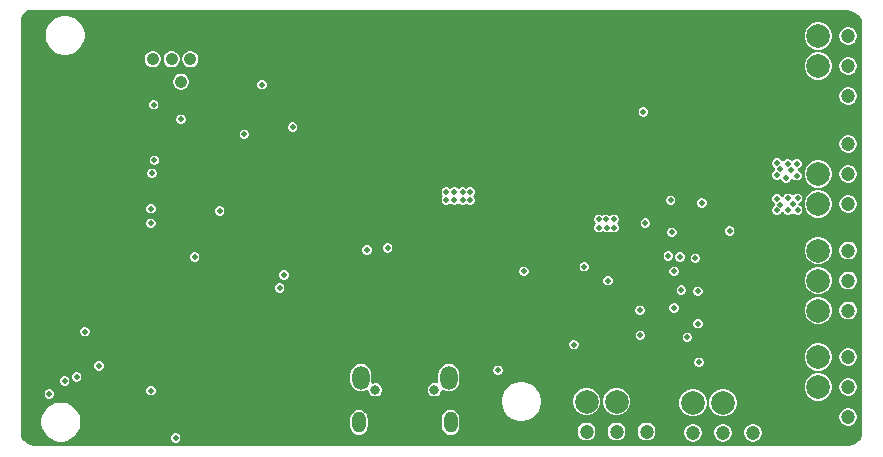
<source format=gbr>
%TF.GenerationSoftware,Altium Limited,Altium Designer,25.4.2 (15)*%
G04 Layer_Physical_Order=2*
G04 Layer_Color=36540*
%FSLAX45Y45*%
%MOMM*%
%TF.SameCoordinates,9A986A7D-484F-4AC0-AE4B-942BB78B8B2C*%
%TF.FilePolarity,Positive*%
%TF.FileFunction,Copper,L2,Inr,Signal*%
%TF.Part,Single*%
G01*
G75*
%TA.AperFunction,ComponentPad*%
%ADD40C,1.20000*%
%ADD41C,2.00000*%
%ADD42C,0.80000*%
%ADD43O,1.15000X1.80000*%
%ADD44O,1.45000X2.00000*%
%ADD45C,3.10000*%
%ADD46C,1.05000*%
%TA.AperFunction,ViaPad*%
%ADD47C,0.50000*%
G36*
X13729083Y9063440D02*
X13760152Y9050571D01*
X13788110Y9031889D01*
X13800000Y9020000D01*
X13804755Y9015244D01*
X13812228Y9004060D01*
X13817377Y8991634D01*
X13820000Y8978441D01*
Y8971716D01*
Y5492426D01*
Y5482338D01*
X13816064Y5462550D01*
X13808344Y5443909D01*
X13797133Y5427133D01*
X13789999Y5420000D01*
X13780489Y5410489D01*
X13758121Y5395543D01*
X13733267Y5385248D01*
X13706882Y5380000D01*
X6813118D01*
X6786733Y5385248D01*
X6761879Y5395543D01*
X6739511Y5410489D01*
X6730000Y5420000D01*
X6722866Y5427133D01*
X6711657Y5443909D01*
X6703936Y5462550D01*
X6700000Y5482338D01*
Y5492426D01*
Y8990000D01*
Y8997133D01*
X6702783Y9011126D01*
X6708243Y9024307D01*
X6716169Y9036169D01*
X6721213Y9041213D01*
X6740000Y9060000D01*
X6740000Y9059999D01*
Y9060000D01*
X6756233Y9069095D01*
X6760779Y9070000D01*
X13696103D01*
X13729083Y9063440D01*
D02*
G37*
%LPC*%
G36*
X13713574Y8926500D02*
X13693826D01*
X13674751Y8921389D01*
X13657649Y8911515D01*
X13643684Y8897551D01*
X13633810Y8880449D01*
X13628700Y8861374D01*
Y8841626D01*
X13633810Y8822551D01*
X13643684Y8805449D01*
X13657649Y8791485D01*
X13674751Y8781611D01*
X13693826Y8776500D01*
X13713574D01*
X13732649Y8781611D01*
X13749751Y8791485D01*
X13763715Y8805449D01*
X13773589Y8822551D01*
X13778700Y8841626D01*
Y8861374D01*
X13773589Y8880449D01*
X13763715Y8897551D01*
X13749751Y8911515D01*
X13732649Y8921389D01*
X13713574Y8926500D01*
D02*
G37*
G36*
X13464841Y8966500D02*
X13434560D01*
X13405312Y8958663D01*
X13379088Y8943523D01*
X13357677Y8922112D01*
X13342537Y8895888D01*
X13334700Y8866640D01*
Y8836360D01*
X13342537Y8807112D01*
X13357677Y8780888D01*
X13379088Y8759477D01*
X13405312Y8744337D01*
X13434560Y8736500D01*
X13464841D01*
X13494089Y8744337D01*
X13520312Y8759477D01*
X13541724Y8780888D01*
X13556863Y8807112D01*
X13564700Y8836360D01*
Y8866640D01*
X13556863Y8895888D01*
X13541724Y8922112D01*
X13520312Y8943523D01*
X13494089Y8958663D01*
X13464841Y8966500D01*
D02*
G37*
G36*
X7088751Y9023500D02*
X7056249D01*
X7024371Y9017159D01*
X6994343Y9004721D01*
X6967319Y8986664D01*
X6944336Y8963681D01*
X6926279Y8936657D01*
X6913841Y8906629D01*
X6907500Y8874751D01*
Y8842249D01*
X6913841Y8810371D01*
X6926279Y8780343D01*
X6944336Y8753319D01*
X6967319Y8730336D01*
X6994343Y8712279D01*
X7024371Y8699841D01*
X7056249Y8693500D01*
X7088751D01*
X7120629Y8699841D01*
X7150657Y8712279D01*
X7177681Y8730336D01*
X7200664Y8753319D01*
X7218721Y8780343D01*
X7231159Y8810371D01*
X7237500Y8842249D01*
Y8874751D01*
X7231159Y8906629D01*
X7218721Y8936657D01*
X7200664Y8963681D01*
X7177681Y8986664D01*
X7150657Y9004721D01*
X7120629Y9017159D01*
X7088751Y9023500D01*
D02*
G37*
G36*
X8143228Y8722110D02*
X8125455D01*
X8108287Y8717510D01*
X8092895Y8708623D01*
X8080328Y8696056D01*
X8071441Y8680664D01*
X8066841Y8663496D01*
Y8645723D01*
X8071441Y8628556D01*
X8080328Y8613164D01*
X8092895Y8600596D01*
X8108287Y8591710D01*
X8125455Y8587110D01*
X8143228D01*
X8160395Y8591710D01*
X8175787Y8600596D01*
X8188354Y8613164D01*
X8197241Y8628556D01*
X8201841Y8645723D01*
Y8663496D01*
X8197241Y8680664D01*
X8188354Y8696056D01*
X8175787Y8708623D01*
X8160395Y8717510D01*
X8143228Y8722110D01*
D02*
G37*
G36*
X7983228D02*
X7965455D01*
X7948287Y8717510D01*
X7932895Y8708623D01*
X7920328Y8696056D01*
X7911441Y8680664D01*
X7906841Y8663496D01*
Y8645723D01*
X7911441Y8628556D01*
X7920328Y8613164D01*
X7932895Y8600596D01*
X7948287Y8591710D01*
X7965455Y8587110D01*
X7983228D01*
X8000395Y8591710D01*
X8015787Y8600596D01*
X8028355Y8613164D01*
X8037241Y8628556D01*
X8041841Y8645723D01*
Y8663496D01*
X8037241Y8680664D01*
X8028355Y8696056D01*
X8015787Y8708623D01*
X8000395Y8717510D01*
X7983228Y8722110D01*
D02*
G37*
G36*
X7823228D02*
X7805455D01*
X7788287Y8717510D01*
X7772895Y8708623D01*
X7760328Y8696056D01*
X7751441Y8680664D01*
X7746841Y8663496D01*
Y8645723D01*
X7751441Y8628556D01*
X7760328Y8613164D01*
X7772895Y8600596D01*
X7788287Y8591710D01*
X7805455Y8587110D01*
X7823228D01*
X7840395Y8591710D01*
X7855787Y8600596D01*
X7868355Y8613164D01*
X7877241Y8628556D01*
X7881841Y8645723D01*
Y8663496D01*
X7877241Y8680664D01*
X7868355Y8696056D01*
X7855787Y8708623D01*
X7840395Y8717510D01*
X7823228Y8722110D01*
D02*
G37*
G36*
X13713574Y8672500D02*
X13693826D01*
X13674751Y8667389D01*
X13657649Y8657515D01*
X13643684Y8643551D01*
X13633810Y8626449D01*
X13628700Y8607374D01*
Y8587626D01*
X13633810Y8568551D01*
X13643684Y8551449D01*
X13657649Y8537485D01*
X13674751Y8527611D01*
X13693826Y8522500D01*
X13713574D01*
X13732649Y8527611D01*
X13749751Y8537485D01*
X13763715Y8551449D01*
X13773589Y8568551D01*
X13778700Y8587626D01*
Y8607374D01*
X13773589Y8626449D01*
X13763715Y8643551D01*
X13749751Y8657515D01*
X13732649Y8667389D01*
X13713574Y8672500D01*
D02*
G37*
G36*
X13464841Y8712500D02*
X13434560D01*
X13405312Y8704663D01*
X13379088Y8689523D01*
X13357677Y8668112D01*
X13342537Y8641888D01*
X13334700Y8612640D01*
Y8582360D01*
X13342537Y8553112D01*
X13357677Y8526888D01*
X13379088Y8505477D01*
X13405312Y8490337D01*
X13434560Y8482500D01*
X13464841D01*
X13494089Y8490337D01*
X13520312Y8505477D01*
X13541724Y8526888D01*
X13556863Y8553112D01*
X13564700Y8582360D01*
Y8612640D01*
X13556863Y8641888D01*
X13541724Y8668112D01*
X13520312Y8689523D01*
X13494089Y8704663D01*
X13464841Y8712500D01*
D02*
G37*
G36*
X8747957Y8480000D02*
X8732043D01*
X8717342Y8473910D01*
X8706090Y8462658D01*
X8700000Y8447956D01*
Y8432043D01*
X8706090Y8417342D01*
X8717342Y8406090D01*
X8732043Y8400000D01*
X8747957D01*
X8762658Y8406090D01*
X8773910Y8417342D01*
X8780000Y8432043D01*
Y8447956D01*
X8773910Y8462658D01*
X8762658Y8473910D01*
X8747957Y8480000D01*
D02*
G37*
G36*
X8063228Y8532110D02*
X8045455D01*
X8028287Y8527510D01*
X8012895Y8518623D01*
X8000328Y8506056D01*
X7991441Y8490664D01*
X7986841Y8473496D01*
Y8455723D01*
X7991441Y8438556D01*
X8000328Y8423164D01*
X8012895Y8410596D01*
X8028287Y8401710D01*
X8045455Y8397110D01*
X8063228D01*
X8080395Y8401710D01*
X8095787Y8410596D01*
X8108355Y8423164D01*
X8117241Y8438556D01*
X8121841Y8455723D01*
Y8473496D01*
X8117241Y8490664D01*
X8108355Y8506056D01*
X8095787Y8518623D01*
X8080395Y8527510D01*
X8063228Y8532110D01*
D02*
G37*
G36*
X13713574Y8418500D02*
X13693826D01*
X13674751Y8413389D01*
X13657649Y8403515D01*
X13643684Y8389551D01*
X13633810Y8372449D01*
X13628700Y8353374D01*
Y8333626D01*
X13633810Y8314551D01*
X13643684Y8297449D01*
X13657649Y8283485D01*
X13674751Y8273611D01*
X13693826Y8268500D01*
X13713574D01*
X13732649Y8273611D01*
X13749751Y8283485D01*
X13763715Y8297449D01*
X13773589Y8314551D01*
X13778700Y8333626D01*
Y8353374D01*
X13773589Y8372449D01*
X13763715Y8389551D01*
X13749751Y8403515D01*
X13732649Y8413389D01*
X13713574Y8418500D01*
D02*
G37*
G36*
X7831214Y8310000D02*
X7815301D01*
X7800600Y8303910D01*
X7789347Y8292658D01*
X7783258Y8277957D01*
Y8262043D01*
X7789347Y8247342D01*
X7800600Y8236090D01*
X7815301Y8230000D01*
X7831214D01*
X7845916Y8236090D01*
X7857168Y8247342D01*
X7863258Y8262043D01*
Y8277957D01*
X7857168Y8292658D01*
X7845916Y8303910D01*
X7831214Y8310000D01*
D02*
G37*
G36*
X11977956Y8250000D02*
X11962043D01*
X11947342Y8243910D01*
X11936090Y8232658D01*
X11930000Y8217957D01*
Y8202044D01*
X11936090Y8187342D01*
X11947342Y8176090D01*
X11962043Y8170000D01*
X11977956D01*
X11992658Y8176090D01*
X12003910Y8187342D01*
X12010000Y8202044D01*
Y8217957D01*
X12003910Y8232658D01*
X11992658Y8243910D01*
X11977956Y8250000D01*
D02*
G37*
G36*
X8063697Y8185740D02*
X8047783D01*
X8033082Y8179650D01*
X8021830Y8168398D01*
X8015740Y8153697D01*
Y8137784D01*
X8021830Y8123082D01*
X8033082Y8111830D01*
X8047783Y8105740D01*
X8063697D01*
X8078398Y8111830D01*
X8089650Y8123082D01*
X8095740Y8137784D01*
Y8153697D01*
X8089650Y8168398D01*
X8078398Y8179650D01*
X8063697Y8185740D01*
D02*
G37*
G36*
X9007957Y8120000D02*
X8992043D01*
X8977342Y8113910D01*
X8966090Y8102658D01*
X8960000Y8087957D01*
Y8072044D01*
X8966090Y8057342D01*
X8977342Y8046090D01*
X8992043Y8040000D01*
X9007957D01*
X9022658Y8046090D01*
X9033910Y8057342D01*
X9040000Y8072044D01*
Y8087957D01*
X9033910Y8102658D01*
X9022658Y8113910D01*
X9007957Y8120000D01*
D02*
G37*
G36*
X8597957Y8060000D02*
X8582044D01*
X8567342Y8053910D01*
X8556090Y8042658D01*
X8550000Y8027957D01*
Y8012043D01*
X8556090Y7997342D01*
X8567342Y7986090D01*
X8582044Y7980000D01*
X8597957D01*
X8612658Y7986090D01*
X8623910Y7997342D01*
X8630000Y8012043D01*
Y8027957D01*
X8623910Y8042658D01*
X8612658Y8053910D01*
X8597957Y8060000D01*
D02*
G37*
G36*
X13713574Y8012500D02*
X13693826D01*
X13674751Y8007389D01*
X13657649Y7997515D01*
X13643684Y7983551D01*
X13633810Y7966449D01*
X13628700Y7947374D01*
Y7927626D01*
X13633810Y7908551D01*
X13643684Y7891449D01*
X13657649Y7877485D01*
X13674751Y7867611D01*
X13693826Y7862500D01*
X13713574D01*
X13732649Y7867611D01*
X13749751Y7877485D01*
X13763715Y7891449D01*
X13773589Y7908551D01*
X13778700Y7927626D01*
Y7947374D01*
X13773589Y7966449D01*
X13763715Y7983551D01*
X13749751Y7997515D01*
X13732649Y8007389D01*
X13713574Y8012500D01*
D02*
G37*
G36*
X7837957Y7840000D02*
X7822044D01*
X7807342Y7833910D01*
X7796090Y7822658D01*
X7790000Y7807956D01*
Y7792043D01*
X7796090Y7777342D01*
X7807342Y7766090D01*
X7822044Y7760000D01*
X7837957D01*
X7852658Y7766090D01*
X7863910Y7777342D01*
X7870000Y7792043D01*
Y7807956D01*
X7863910Y7822658D01*
X7852658Y7833910D01*
X7837957Y7840000D01*
D02*
G37*
G36*
X7817956Y7730000D02*
X7802043D01*
X7787342Y7723910D01*
X7776090Y7712658D01*
X7770000Y7697957D01*
Y7682044D01*
X7776090Y7667342D01*
X7787342Y7656090D01*
X7802043Y7650000D01*
X7817956D01*
X7832658Y7656090D01*
X7843910Y7667342D01*
X7850000Y7682044D01*
Y7697957D01*
X7843910Y7712658D01*
X7832658Y7723910D01*
X7817956Y7730000D01*
D02*
G37*
G36*
X13107957Y7815000D02*
X13092043D01*
X13077342Y7808910D01*
X13066090Y7797658D01*
X13060001Y7782956D01*
Y7767043D01*
X13066090Y7752342D01*
X13077342Y7741090D01*
X13086754Y7737191D01*
X13085001Y7732956D01*
Y7717043D01*
X13086754Y7712809D01*
X13077342Y7708910D01*
X13066090Y7697658D01*
X13060001Y7682956D01*
Y7667043D01*
X13066090Y7652342D01*
X13077342Y7641090D01*
X13092043Y7635000D01*
X13107957D01*
X13120728Y7640290D01*
X13124048Y7640592D01*
X13143484Y7633632D01*
X13146091Y7627342D01*
X13157343Y7616090D01*
X13172044Y7610000D01*
X13187956D01*
X13202658Y7616090D01*
X13213910Y7627342D01*
X13218611Y7638689D01*
X13223439Y7641079D01*
X13229828Y7642725D01*
X13239999Y7643431D01*
X13247342Y7636090D01*
X13262044Y7630000D01*
X13277956D01*
X13292657Y7636090D01*
X13303909Y7647342D01*
X13310001Y7662043D01*
Y7677956D01*
X13303909Y7692658D01*
X13292657Y7703910D01*
X13279951Y7709174D01*
X13277957Y7715971D01*
X13277957Y7730000D01*
X13279378Y7730589D01*
X13292657Y7736090D01*
X13303909Y7747342D01*
X13310001Y7762043D01*
Y7777957D01*
X13303909Y7792658D01*
X13292657Y7803910D01*
X13277956Y7810000D01*
X13262044D01*
X13247342Y7803910D01*
X13242786Y7799353D01*
X13230000Y7794818D01*
X13217215Y7799353D01*
X13212659Y7803910D01*
X13197957Y7810000D01*
X13182043D01*
X13167342Y7803910D01*
X13156090Y7792658D01*
X13135211Y7794516D01*
X13133910Y7797658D01*
X13122658Y7808910D01*
X13107957Y7815000D01*
D02*
G37*
G36*
X13713574Y7758500D02*
X13693826D01*
X13674751Y7753389D01*
X13657649Y7743515D01*
X13643684Y7729551D01*
X13633810Y7712449D01*
X13628700Y7693374D01*
Y7673626D01*
X13633810Y7654551D01*
X13643684Y7637449D01*
X13657649Y7623485D01*
X13674751Y7613611D01*
X13693826Y7608500D01*
X13713574D01*
X13732649Y7613611D01*
X13749751Y7623485D01*
X13763715Y7637449D01*
X13773589Y7654551D01*
X13778700Y7673626D01*
Y7693374D01*
X13773589Y7712449D01*
X13763715Y7729551D01*
X13749751Y7743515D01*
X13732649Y7753389D01*
X13713574Y7758500D01*
D02*
G37*
G36*
X13464841Y7798500D02*
X13434560D01*
X13405312Y7790663D01*
X13379088Y7775523D01*
X13357677Y7754112D01*
X13342537Y7727888D01*
X13334700Y7698640D01*
Y7668360D01*
X13342537Y7639112D01*
X13357677Y7612888D01*
X13379088Y7591477D01*
X13405312Y7576337D01*
X13434560Y7568500D01*
X13464841D01*
X13494089Y7576337D01*
X13520312Y7591477D01*
X13541724Y7612888D01*
X13556863Y7639112D01*
X13564700Y7668360D01*
Y7698640D01*
X13556863Y7727888D01*
X13541724Y7754112D01*
X13520312Y7775523D01*
X13494089Y7790663D01*
X13464841Y7798500D01*
D02*
G37*
G36*
X10507957Y7570000D02*
X10492044D01*
X10477342Y7563910D01*
X10470000Y7556568D01*
X10462658Y7563910D01*
X10447956Y7570000D01*
X10432043D01*
X10417342Y7563910D01*
X10405000Y7553571D01*
X10392658Y7563910D01*
X10377957Y7570000D01*
X10362044D01*
X10347342Y7563910D01*
X10335000Y7553571D01*
X10322658Y7563910D01*
X10307957Y7570000D01*
X10292043D01*
X10277342Y7563910D01*
X10266090Y7552658D01*
X10260000Y7537956D01*
Y7522043D01*
X10266090Y7507342D01*
X10276429Y7495000D01*
X10266089Y7482658D01*
X10260000Y7467956D01*
Y7452043D01*
X10266090Y7437342D01*
X10277342Y7426090D01*
X10292043Y7420000D01*
X10307957D01*
X10322658Y7426090D01*
X10335000Y7436429D01*
X10347342Y7426089D01*
X10362044Y7420000D01*
X10377957D01*
X10392658Y7426090D01*
X10405000Y7436429D01*
X10417342Y7426089D01*
X10432043Y7420000D01*
X10447956D01*
X10462658Y7426090D01*
X10470000Y7433431D01*
X10477342Y7426090D01*
X10492044Y7420000D01*
X10507957D01*
X10522658Y7426090D01*
X10533910Y7437342D01*
X10540000Y7452043D01*
Y7467956D01*
X10533910Y7482658D01*
X10523571Y7495000D01*
X10533911Y7507342D01*
X10540000Y7522043D01*
Y7537956D01*
X10533910Y7552658D01*
X10522658Y7563910D01*
X10507957Y7570000D01*
D02*
G37*
G36*
X13282956Y7517957D02*
X13267043D01*
X13252342Y7511867D01*
X13247784Y7507310D01*
X13235001Y7502775D01*
X13222215Y7507310D01*
X13217657Y7511867D01*
X13202957Y7517957D01*
X13187044D01*
X13172342Y7511867D01*
X13161090Y7500615D01*
X13157712Y7492459D01*
X13136523Y7491352D01*
X13133910Y7497658D01*
X13122658Y7508910D01*
X13107957Y7515000D01*
X13092043D01*
X13077342Y7508910D01*
X13066090Y7497658D01*
X13060001Y7482957D01*
Y7467043D01*
X13066090Y7452342D01*
X13077342Y7441090D01*
X13086754Y7437191D01*
X13085001Y7432956D01*
Y7417043D01*
X13086754Y7412809D01*
X13077342Y7408910D01*
X13066090Y7397658D01*
X13060001Y7382957D01*
Y7367043D01*
X13066090Y7352342D01*
X13077342Y7341090D01*
X13092043Y7335000D01*
X13107957D01*
X13122658Y7341090D01*
X13133910Y7352342D01*
X13137288Y7360497D01*
X13158476Y7361605D01*
X13161090Y7355298D01*
X13172342Y7344046D01*
X13187044Y7337957D01*
X13202957D01*
X13217657Y7344046D01*
X13222215Y7348603D01*
X13235001Y7353138D01*
X13247784Y7348603D01*
X13252342Y7344046D01*
X13267043Y7337957D01*
X13282956D01*
X13297658Y7344046D01*
X13308910Y7355298D01*
X13314999Y7370000D01*
Y7385913D01*
X13308910Y7400615D01*
X13297658Y7411867D01*
X13282957Y7417956D01*
X13282172Y7427955D01*
X13282957Y7437957D01*
X13297658Y7444046D01*
X13308910Y7455299D01*
X13314999Y7470000D01*
Y7485913D01*
X13308910Y7500615D01*
X13297658Y7511867D01*
X13282956Y7517957D01*
D02*
G37*
G36*
X12207957Y7500000D02*
X12192043D01*
X12177342Y7493910D01*
X12166090Y7482658D01*
X12160000Y7467957D01*
Y7452044D01*
X12166090Y7437342D01*
X12177342Y7426090D01*
X12192043Y7420000D01*
X12207957D01*
X12222658Y7426090D01*
X12233910Y7437342D01*
X12240000Y7452044D01*
Y7467957D01*
X12233910Y7482658D01*
X12222658Y7493910D01*
X12207957Y7500000D01*
D02*
G37*
G36*
X12471604Y7478877D02*
X12455691D01*
X12440990Y7472787D01*
X12429738Y7461535D01*
X12423648Y7446834D01*
Y7430921D01*
X12429738Y7416219D01*
X12440990Y7404967D01*
X12455691Y7398877D01*
X12471604D01*
X12486306Y7404967D01*
X12497558Y7416219D01*
X12503648Y7430921D01*
Y7446834D01*
X12497558Y7461535D01*
X12486306Y7472787D01*
X12471604Y7478877D01*
D02*
G37*
G36*
X13713574Y7504500D02*
X13693826D01*
X13674751Y7499389D01*
X13657649Y7489515D01*
X13643684Y7475551D01*
X13633810Y7458449D01*
X13628700Y7439374D01*
Y7419626D01*
X13633810Y7400551D01*
X13643684Y7383449D01*
X13657649Y7369485D01*
X13674751Y7359611D01*
X13693826Y7354500D01*
X13713574D01*
X13732649Y7359611D01*
X13749751Y7369485D01*
X13763715Y7383449D01*
X13773589Y7400551D01*
X13778700Y7419626D01*
Y7439374D01*
X13773589Y7458449D01*
X13763715Y7475551D01*
X13749751Y7489515D01*
X13732649Y7499389D01*
X13713574Y7504500D01*
D02*
G37*
G36*
X7807956Y7430000D02*
X7792043D01*
X7777342Y7423910D01*
X7766090Y7412658D01*
X7760000Y7397957D01*
Y7382043D01*
X7766090Y7367342D01*
X7777342Y7356090D01*
X7792043Y7350000D01*
X7807956D01*
X7822658Y7356090D01*
X7833910Y7367342D01*
X7840000Y7382043D01*
Y7397957D01*
X7833910Y7412658D01*
X7822658Y7423910D01*
X7807956Y7430000D01*
D02*
G37*
G36*
X8390000Y7410000D02*
X8374087D01*
X8359385Y7403910D01*
X8348133Y7392658D01*
X8342044Y7377957D01*
Y7362043D01*
X8348133Y7347342D01*
X8359385Y7336090D01*
X8374087Y7330000D01*
X8390000D01*
X8404702Y7336090D01*
X8415954Y7347342D01*
X8422043Y7362043D01*
Y7377957D01*
X8415954Y7392658D01*
X8404702Y7403910D01*
X8390000Y7410000D01*
D02*
G37*
G36*
X11727956Y7340000D02*
X11712043D01*
X11697342Y7333910D01*
X11685000Y7323571D01*
X11672658Y7333910D01*
X11657957Y7340000D01*
X11642044D01*
X11627342Y7333910D01*
X11620000Y7326568D01*
X11612658Y7333910D01*
X11597956Y7340000D01*
X11582043D01*
X11567342Y7333910D01*
X11556090Y7322658D01*
X11550000Y7307956D01*
Y7292043D01*
X11556090Y7277342D01*
X11566429Y7265000D01*
X11556089Y7252658D01*
X11550000Y7237957D01*
Y7222043D01*
X11556090Y7207342D01*
X11567342Y7196090D01*
X11582043Y7190000D01*
X11597956D01*
X11612658Y7196090D01*
X11625000Y7206429D01*
X11637342Y7196089D01*
X11652043Y7190000D01*
X11667957D01*
X11682658Y7196090D01*
X11690000Y7203432D01*
X11697342Y7196090D01*
X11712043Y7190000D01*
X11727956D01*
X11742658Y7196090D01*
X11753910Y7207342D01*
X11760000Y7222043D01*
Y7237957D01*
X11753910Y7252658D01*
X11743571Y7265000D01*
X11753910Y7277342D01*
X11760000Y7292043D01*
Y7307956D01*
X11753910Y7322658D01*
X11742658Y7333910D01*
X11727956Y7340000D01*
D02*
G37*
G36*
X13464841Y7544500D02*
X13434560D01*
X13405312Y7536663D01*
X13379088Y7521523D01*
X13357677Y7500112D01*
X13342537Y7473888D01*
X13334700Y7444640D01*
Y7414360D01*
X13342537Y7385112D01*
X13357677Y7358888D01*
X13379088Y7337477D01*
X13405312Y7322337D01*
X13434560Y7314500D01*
X13464841D01*
X13494089Y7322337D01*
X13520312Y7337477D01*
X13541724Y7358888D01*
X13556863Y7385112D01*
X13564700Y7414360D01*
Y7444640D01*
X13556863Y7473888D01*
X13541724Y7500112D01*
X13520312Y7521523D01*
X13494089Y7536663D01*
X13464841Y7544500D01*
D02*
G37*
G36*
X11994046Y7307342D02*
X11978133D01*
X11963432Y7301252D01*
X11952180Y7290000D01*
X11946090Y7275298D01*
Y7259385D01*
X11952180Y7244684D01*
X11963432Y7233432D01*
X11978133Y7227342D01*
X11994046D01*
X12008748Y7233432D01*
X12020000Y7244684D01*
X12026090Y7259385D01*
Y7275298D01*
X12020000Y7290000D01*
X12008748Y7301252D01*
X11994046Y7307342D01*
D02*
G37*
G36*
X7806595Y7305502D02*
X7790682D01*
X7775981Y7299412D01*
X7764728Y7288160D01*
X7758639Y7273459D01*
Y7257546D01*
X7764728Y7242844D01*
X7775981Y7231592D01*
X7790682Y7225502D01*
X7806595D01*
X7821297Y7231592D01*
X7832549Y7242844D01*
X7838639Y7257546D01*
Y7273459D01*
X7832549Y7288160D01*
X7821297Y7299412D01*
X7806595Y7305502D01*
D02*
G37*
G36*
X12707957Y7240000D02*
X12692043D01*
X12677342Y7233910D01*
X12666090Y7222658D01*
X12660000Y7207957D01*
Y7192044D01*
X12666090Y7177342D01*
X12677342Y7166090D01*
X12692043Y7160000D01*
X12707957D01*
X12722658Y7166090D01*
X12733910Y7177342D01*
X12740000Y7192044D01*
Y7207957D01*
X12733910Y7222658D01*
X12722658Y7233910D01*
X12707957Y7240000D01*
D02*
G37*
G36*
X12217957Y7230000D02*
X12202043D01*
X12187342Y7223910D01*
X12176090Y7212658D01*
X12170000Y7197957D01*
Y7182044D01*
X12176090Y7167342D01*
X12187342Y7156090D01*
X12202043Y7150000D01*
X12217957D01*
X12232658Y7156090D01*
X12243910Y7167342D01*
X12250000Y7182044D01*
Y7197957D01*
X12243910Y7212658D01*
X12232658Y7223910D01*
X12217957Y7230000D01*
D02*
G37*
G36*
X9811135Y7098150D02*
X9795222D01*
X9780521Y7092060D01*
X9769268Y7080808D01*
X9763179Y7066107D01*
Y7050193D01*
X9769268Y7035492D01*
X9780521Y7024240D01*
X9795222Y7018150D01*
X9811135D01*
X9825837Y7024240D01*
X9837089Y7035492D01*
X9843179Y7050193D01*
Y7066107D01*
X9837089Y7080808D01*
X9825837Y7092060D01*
X9811135Y7098150D01*
D02*
G37*
G36*
X9637957Y7080000D02*
X9622043D01*
X9607342Y7073910D01*
X9596090Y7062658D01*
X9590000Y7047956D01*
Y7032043D01*
X9596090Y7017342D01*
X9607342Y7006090D01*
X9622043Y7000000D01*
X9637957D01*
X9652658Y7006090D01*
X9663910Y7017342D01*
X9670000Y7032043D01*
Y7047956D01*
X9663910Y7062658D01*
X9652658Y7073910D01*
X9637957Y7080000D01*
D02*
G37*
G36*
X13713574Y7110800D02*
X13693826D01*
X13674751Y7105689D01*
X13657649Y7095815D01*
X13643684Y7081851D01*
X13633810Y7064749D01*
X13628700Y7045674D01*
Y7025926D01*
X13633810Y7006851D01*
X13643684Y6989749D01*
X13657649Y6975785D01*
X13674751Y6965911D01*
X13693826Y6960800D01*
X13713574D01*
X13732649Y6965911D01*
X13749751Y6975785D01*
X13763715Y6989749D01*
X13773589Y7006851D01*
X13778700Y7025926D01*
Y7045674D01*
X13773589Y7064749D01*
X13763715Y7081851D01*
X13749751Y7095815D01*
X13732649Y7105689D01*
X13713574Y7110800D01*
D02*
G37*
G36*
X12187957Y7030000D02*
X12172043D01*
X12157342Y7023910D01*
X12146090Y7012658D01*
X12140000Y6997957D01*
Y6982043D01*
X12146090Y6967342D01*
X12157342Y6956090D01*
X12172043Y6950000D01*
X12187957D01*
X12202658Y6956090D01*
X12213910Y6967342D01*
X12220000Y6982043D01*
Y6997957D01*
X12213910Y7012658D01*
X12202658Y7023910D01*
X12187957Y7030000D01*
D02*
G37*
G36*
X12287957Y7020000D02*
X12272044D01*
X12257342Y7013910D01*
X12246090Y7002658D01*
X12240000Y6987957D01*
Y6972043D01*
X12246090Y6957342D01*
X12257342Y6946090D01*
X12272044Y6940000D01*
X12287957D01*
X12302658Y6946090D01*
X12313910Y6957342D01*
X12320000Y6972043D01*
Y6987957D01*
X12313910Y7002658D01*
X12302658Y7013910D01*
X12287957Y7020000D01*
D02*
G37*
G36*
X8177956D02*
X8162043D01*
X8147342Y7013910D01*
X8136090Y7002658D01*
X8130000Y6987957D01*
Y6972043D01*
X8136090Y6957342D01*
X8147342Y6946090D01*
X8162043Y6940000D01*
X8177956D01*
X8192658Y6946090D01*
X8203910Y6957342D01*
X8210000Y6972043D01*
Y6987957D01*
X8203910Y7002658D01*
X8192658Y7013910D01*
X8177956Y7020000D01*
D02*
G37*
G36*
X12417957Y7010000D02*
X12402044D01*
X12387342Y7003910D01*
X12376090Y6992658D01*
X12370000Y6977957D01*
Y6962043D01*
X12376090Y6947342D01*
X12387342Y6936090D01*
X12402044Y6930000D01*
X12417957D01*
X12432658Y6936090D01*
X12443910Y6947342D01*
X12450000Y6962043D01*
Y6977957D01*
X12443910Y6992658D01*
X12432658Y7003910D01*
X12417957Y7010000D01*
D02*
G37*
G36*
X13464841Y7150800D02*
X13434560D01*
X13405312Y7142963D01*
X13379088Y7127823D01*
X13357677Y7106412D01*
X13342537Y7080188D01*
X13334700Y7050940D01*
Y7020660D01*
X13342537Y6991412D01*
X13357677Y6965188D01*
X13379088Y6943777D01*
X13405312Y6928637D01*
X13434560Y6920800D01*
X13464841D01*
X13494089Y6928637D01*
X13520312Y6943777D01*
X13541724Y6965188D01*
X13556863Y6991412D01*
X13564700Y7020660D01*
Y7050940D01*
X13556863Y7080188D01*
X13541724Y7106412D01*
X13520312Y7127823D01*
X13494089Y7142963D01*
X13464841Y7150800D01*
D02*
G37*
G36*
X11477956Y6940000D02*
X11462043D01*
X11447342Y6933910D01*
X11436090Y6922658D01*
X11430000Y6907956D01*
Y6892043D01*
X11436090Y6877342D01*
X11447342Y6866090D01*
X11462043Y6860000D01*
X11477956D01*
X11492658Y6866090D01*
X11503910Y6877342D01*
X11510000Y6892043D01*
Y6907956D01*
X11503910Y6922658D01*
X11492658Y6933910D01*
X11477956Y6940000D01*
D02*
G37*
G36*
X10964701Y6900549D02*
X10948788D01*
X10934086Y6894459D01*
X10922834Y6883207D01*
X10916744Y6868505D01*
Y6852592D01*
X10922834Y6837891D01*
X10934086Y6826638D01*
X10948788Y6820549D01*
X10964701D01*
X10979402Y6826638D01*
X10990655Y6837891D01*
X10996744Y6852592D01*
Y6868505D01*
X10990655Y6883207D01*
X10979402Y6894459D01*
X10964701Y6900549D01*
D02*
G37*
G36*
X12237956Y6900000D02*
X12222043D01*
X12207342Y6893910D01*
X12196090Y6882658D01*
X12190000Y6867957D01*
Y6852043D01*
X12196090Y6837342D01*
X12207342Y6826090D01*
X12222043Y6820000D01*
X12237956D01*
X12252658Y6826090D01*
X12263910Y6837342D01*
X12270000Y6852043D01*
Y6867957D01*
X12263910Y6882658D01*
X12252658Y6893910D01*
X12237956Y6900000D01*
D02*
G37*
G36*
X8935913Y6870000D02*
X8920000D01*
X8905298Y6863910D01*
X8894046Y6852658D01*
X8887957Y6837957D01*
Y6822044D01*
X8894046Y6807342D01*
X8905298Y6796090D01*
X8920000Y6790000D01*
X8935913D01*
X8950615Y6796090D01*
X8961867Y6807342D01*
X8967956Y6822044D01*
Y6837957D01*
X8961867Y6852658D01*
X8950615Y6863910D01*
X8935913Y6870000D01*
D02*
G37*
G36*
X11677957Y6820000D02*
X11662043D01*
X11647342Y6813910D01*
X11636090Y6802658D01*
X11630000Y6787956D01*
Y6772043D01*
X11636090Y6757342D01*
X11647342Y6746090D01*
X11662043Y6740000D01*
X11677957D01*
X11692658Y6746090D01*
X11703910Y6757342D01*
X11710000Y6772043D01*
Y6787956D01*
X11703910Y6802658D01*
X11692658Y6813910D01*
X11677957Y6820000D01*
D02*
G37*
G36*
X13713574Y6856800D02*
X13693826D01*
X13674751Y6851689D01*
X13657649Y6841815D01*
X13643684Y6827851D01*
X13633810Y6810749D01*
X13628700Y6791674D01*
Y6771926D01*
X13633810Y6752851D01*
X13643684Y6735749D01*
X13657649Y6721785D01*
X13674751Y6711911D01*
X13693826Y6706800D01*
X13713574D01*
X13732649Y6711911D01*
X13749751Y6721785D01*
X13763715Y6735749D01*
X13773589Y6752851D01*
X13778700Y6771926D01*
Y6791674D01*
X13773589Y6810749D01*
X13763715Y6827851D01*
X13749751Y6841815D01*
X13732649Y6851689D01*
X13713574Y6856800D01*
D02*
G37*
G36*
X8897957Y6760000D02*
X8882043D01*
X8867342Y6753910D01*
X8856090Y6742658D01*
X8850000Y6727957D01*
Y6712043D01*
X8856090Y6697342D01*
X8867342Y6686090D01*
X8882043Y6680000D01*
X8897957D01*
X8912658Y6686090D01*
X8923910Y6697342D01*
X8930000Y6712043D01*
Y6727957D01*
X8923910Y6742658D01*
X8912658Y6753910D01*
X8897957Y6760000D01*
D02*
G37*
G36*
X13464841Y6896800D02*
X13434560D01*
X13405312Y6888963D01*
X13379088Y6873823D01*
X13357677Y6852412D01*
X13342537Y6826188D01*
X13334700Y6796940D01*
Y6766660D01*
X13342537Y6737412D01*
X13357677Y6711188D01*
X13379088Y6689777D01*
X13405312Y6674637D01*
X13434560Y6666800D01*
X13464841D01*
X13494089Y6674637D01*
X13520312Y6689777D01*
X13541724Y6711188D01*
X13556863Y6737412D01*
X13564700Y6766660D01*
Y6796940D01*
X13556863Y6826188D01*
X13541724Y6852412D01*
X13520312Y6873823D01*
X13494089Y6888963D01*
X13464841Y6896800D01*
D02*
G37*
G36*
X12297957Y6740000D02*
X12282044D01*
X12267342Y6733910D01*
X12256090Y6722658D01*
X12250000Y6707957D01*
Y6692044D01*
X12256090Y6677342D01*
X12267342Y6666090D01*
X12282044Y6660000D01*
X12297957D01*
X12312658Y6666090D01*
X12323910Y6677342D01*
X12330000Y6692044D01*
Y6707957D01*
X12323910Y6722658D01*
X12312658Y6733910D01*
X12297957Y6740000D01*
D02*
G37*
G36*
X12437957Y6730000D02*
X12422043D01*
X12407342Y6723910D01*
X12396090Y6712658D01*
X12390000Y6697957D01*
Y6682044D01*
X12396090Y6667342D01*
X12407342Y6656090D01*
X12422043Y6650000D01*
X12437957D01*
X12452658Y6656090D01*
X12463910Y6667342D01*
X12470000Y6682044D01*
Y6697957D01*
X12463910Y6712658D01*
X12452658Y6723910D01*
X12437957Y6730000D01*
D02*
G37*
G36*
X12237956Y6590000D02*
X12222043D01*
X12207342Y6583910D01*
X12196090Y6572658D01*
X12190000Y6557957D01*
Y6542044D01*
X12196090Y6527342D01*
X12207342Y6516090D01*
X12222043Y6510000D01*
X12237956D01*
X12252658Y6516090D01*
X12263910Y6527342D01*
X12270000Y6542044D01*
Y6557957D01*
X12263910Y6572658D01*
X12252658Y6583910D01*
X12237956Y6590000D01*
D02*
G37*
G36*
X11947957Y6570000D02*
X11932043D01*
X11917342Y6563910D01*
X11906090Y6552658D01*
X11900000Y6537956D01*
Y6522043D01*
X11906090Y6507342D01*
X11917342Y6496090D01*
X11932043Y6490000D01*
X11947957D01*
X11962658Y6496090D01*
X11973910Y6507342D01*
X11980000Y6522043D01*
Y6537956D01*
X11973910Y6552658D01*
X11962658Y6563910D01*
X11947957Y6570000D01*
D02*
G37*
G36*
X13713574Y6602800D02*
X13693826D01*
X13674751Y6597689D01*
X13657649Y6587815D01*
X13643684Y6573851D01*
X13633810Y6556749D01*
X13628700Y6537674D01*
Y6517926D01*
X13633810Y6498851D01*
X13643684Y6481749D01*
X13657649Y6467785D01*
X13674751Y6457911D01*
X13693826Y6452800D01*
X13713574D01*
X13732649Y6457911D01*
X13749751Y6467785D01*
X13763715Y6481749D01*
X13773589Y6498851D01*
X13778700Y6517926D01*
Y6537674D01*
X13773589Y6556749D01*
X13763715Y6573851D01*
X13749751Y6587815D01*
X13732649Y6597689D01*
X13713574Y6602800D01*
D02*
G37*
G36*
X13464841Y6642800D02*
X13434560D01*
X13405312Y6634963D01*
X13379088Y6619823D01*
X13357677Y6598412D01*
X13342537Y6572188D01*
X13334700Y6542940D01*
Y6512660D01*
X13342537Y6483412D01*
X13357677Y6457188D01*
X13379088Y6435777D01*
X13405312Y6420637D01*
X13434560Y6412800D01*
X13464841D01*
X13494089Y6420637D01*
X13520312Y6435777D01*
X13541724Y6457188D01*
X13556863Y6483412D01*
X13564700Y6512660D01*
Y6542940D01*
X13556863Y6572188D01*
X13541724Y6598412D01*
X13520312Y6619823D01*
X13494089Y6634963D01*
X13464841Y6642800D01*
D02*
G37*
G36*
X12438196Y6456371D02*
X12422283D01*
X12407582Y6450281D01*
X12396330Y6439029D01*
X12390240Y6424328D01*
Y6408415D01*
X12396330Y6393713D01*
X12407582Y6382461D01*
X12422283Y6376371D01*
X12438196D01*
X12452898Y6382461D01*
X12464150Y6393713D01*
X12470240Y6408415D01*
Y6424328D01*
X12464150Y6439029D01*
X12452898Y6450281D01*
X12438196Y6456371D01*
D02*
G37*
G36*
X7247957Y6390000D02*
X7232043D01*
X7217342Y6383910D01*
X7206090Y6372658D01*
X7200000Y6357957D01*
Y6342043D01*
X7206090Y6327342D01*
X7217342Y6316090D01*
X7232043Y6310000D01*
X7247957D01*
X7262658Y6316090D01*
X7273910Y6327342D01*
X7280000Y6342043D01*
Y6357957D01*
X7273910Y6372658D01*
X7262658Y6383910D01*
X7247957Y6390000D01*
D02*
G37*
G36*
X11951867Y6357342D02*
X11935954D01*
X11921252Y6351252D01*
X11910000Y6340000D01*
X11903910Y6325298D01*
Y6309385D01*
X11910000Y6294684D01*
X11921252Y6283432D01*
X11935954Y6277342D01*
X11951867D01*
X11966568Y6283432D01*
X11977821Y6294684D01*
X11983910Y6309385D01*
Y6325298D01*
X11977821Y6340000D01*
X11966568Y6351252D01*
X11951867Y6357342D01*
D02*
G37*
G36*
X12350000Y6340000D02*
X12334087D01*
X12319385Y6333910D01*
X12308133Y6322658D01*
X12302043Y6307956D01*
Y6292043D01*
X12308133Y6277342D01*
X12319385Y6266090D01*
X12334087Y6260000D01*
X12350000D01*
X12364701Y6266090D01*
X12375954Y6277342D01*
X12382043Y6292043D01*
Y6307956D01*
X12375954Y6322658D01*
X12364701Y6333910D01*
X12350000Y6340000D01*
D02*
G37*
G36*
X11387957Y6280000D02*
X11372044D01*
X11357342Y6273910D01*
X11346090Y6262658D01*
X11340000Y6247957D01*
Y6232043D01*
X11346090Y6217342D01*
X11357342Y6206090D01*
X11372044Y6200000D01*
X11387957D01*
X11402658Y6206090D01*
X11413910Y6217342D01*
X11420000Y6232043D01*
Y6247957D01*
X11413910Y6262658D01*
X11402658Y6273910D01*
X11387957Y6280000D01*
D02*
G37*
G36*
X13713574Y6209100D02*
X13693826D01*
X13674751Y6203989D01*
X13657649Y6194115D01*
X13643684Y6180151D01*
X13633810Y6163049D01*
X13628700Y6143974D01*
Y6124226D01*
X13633810Y6105151D01*
X13643684Y6088049D01*
X13657649Y6074085D01*
X13674751Y6064211D01*
X13693826Y6059100D01*
X13713574D01*
X13732649Y6064211D01*
X13749751Y6074085D01*
X13763715Y6088049D01*
X13773589Y6105151D01*
X13778700Y6124226D01*
Y6143974D01*
X13773589Y6163049D01*
X13763715Y6180151D01*
X13749751Y6194115D01*
X13732649Y6203989D01*
X13713574Y6209100D01*
D02*
G37*
G36*
X12447173Y6130000D02*
X12431260D01*
X12416558Y6123910D01*
X12405306Y6112658D01*
X12399217Y6097957D01*
Y6082043D01*
X12405306Y6067342D01*
X12416558Y6056090D01*
X12431260Y6050000D01*
X12447173D01*
X12461874Y6056090D01*
X12473127Y6067342D01*
X12479216Y6082043D01*
Y6097957D01*
X12473127Y6112658D01*
X12461874Y6123910D01*
X12447173Y6130000D01*
D02*
G37*
G36*
X7367957Y6100000D02*
X7352043D01*
X7337342Y6093910D01*
X7326090Y6082658D01*
X7320000Y6067957D01*
Y6052044D01*
X7326090Y6037342D01*
X7337342Y6026090D01*
X7352043Y6020000D01*
X7367957D01*
X7382658Y6026090D01*
X7393910Y6037342D01*
X7400000Y6052044D01*
Y6067957D01*
X7393910Y6082658D01*
X7382658Y6093910D01*
X7367957Y6100000D01*
D02*
G37*
G36*
X13464841Y6249100D02*
X13434560D01*
X13405312Y6241263D01*
X13379088Y6226123D01*
X13357677Y6204712D01*
X13342537Y6178488D01*
X13334700Y6149240D01*
Y6118960D01*
X13342537Y6089712D01*
X13357677Y6063488D01*
X13379088Y6042077D01*
X13405312Y6026937D01*
X13434560Y6019100D01*
X13464841D01*
X13494089Y6026937D01*
X13520312Y6042077D01*
X13541724Y6063488D01*
X13556863Y6089712D01*
X13564700Y6118960D01*
Y6149240D01*
X13556863Y6178488D01*
X13541724Y6204712D01*
X13520312Y6226123D01*
X13494089Y6241263D01*
X13464841Y6249100D01*
D02*
G37*
G36*
X10746454Y6060498D02*
X10730541D01*
X10715839Y6054408D01*
X10704587Y6043156D01*
X10698497Y6028455D01*
Y6012541D01*
X10704587Y5997840D01*
X10715839Y5986588D01*
X10730541Y5980498D01*
X10746454D01*
X10761155Y5986588D01*
X10772407Y5997840D01*
X10778497Y6012541D01*
Y6028455D01*
X10772407Y6043156D01*
X10761155Y6054408D01*
X10746454Y6060498D01*
D02*
G37*
G36*
X7177956Y6005400D02*
X7162043D01*
X7147342Y5999310D01*
X7136090Y5988058D01*
X7130000Y5973356D01*
Y5957443D01*
X7136090Y5942742D01*
X7147342Y5931490D01*
X7162043Y5925400D01*
X7177956D01*
X7192658Y5931490D01*
X7203910Y5942742D01*
X7210000Y5957443D01*
Y5973356D01*
X7203910Y5988058D01*
X7192658Y5999310D01*
X7177956Y6005400D01*
D02*
G37*
G36*
X10322471Y6075744D02*
X10299629Y6072736D01*
X10278344Y6063920D01*
X10260066Y6049894D01*
X10246040Y6031616D01*
X10237223Y6010331D01*
X10234216Y5987488D01*
Y5932488D01*
X10235679Y5921377D01*
X10217357Y5907319D01*
X10210912Y5909988D01*
X10189031D01*
X10168817Y5901615D01*
X10153345Y5886143D01*
X10144972Y5865929D01*
Y5844049D01*
X10153345Y5823834D01*
X10168817Y5808362D01*
X10189031Y5799989D01*
X10210912D01*
X10231126Y5808362D01*
X10246598Y5823834D01*
X10254971Y5844049D01*
Y5848782D01*
X10274971Y5858645D01*
X10278344Y5856057D01*
X10299629Y5847240D01*
X10322471Y5844233D01*
X10345314Y5847240D01*
X10366599Y5856057D01*
X10384877Y5870082D01*
X10398902Y5888361D01*
X10407719Y5909646D01*
X10410726Y5932488D01*
Y5987488D01*
X10407719Y6010331D01*
X10398902Y6031616D01*
X10384877Y6049894D01*
X10366599Y6063920D01*
X10345314Y6072736D01*
X10322471Y6075744D01*
D02*
G37*
G36*
X7077957Y5970000D02*
X7062044D01*
X7047342Y5963910D01*
X7036090Y5952658D01*
X7030000Y5937957D01*
Y5922044D01*
X7036090Y5907342D01*
X7047342Y5896090D01*
X7062044Y5890000D01*
X7077957D01*
X7092658Y5896090D01*
X7103910Y5907342D01*
X7110000Y5922044D01*
Y5937957D01*
X7103910Y5952658D01*
X7092658Y5963910D01*
X7077957Y5970000D01*
D02*
G37*
G36*
X7807956Y5890000D02*
X7792043D01*
X7777342Y5883910D01*
X7766090Y5872658D01*
X7760000Y5857957D01*
Y5842043D01*
X7766090Y5827342D01*
X7777342Y5816090D01*
X7792043Y5810000D01*
X7807956D01*
X7822658Y5816090D01*
X7833910Y5827342D01*
X7840000Y5842043D01*
Y5857957D01*
X7833910Y5872658D01*
X7822658Y5883910D01*
X7807956Y5890000D01*
D02*
G37*
G36*
X13713574Y5955100D02*
X13693826D01*
X13674751Y5949989D01*
X13657649Y5940115D01*
X13643684Y5926151D01*
X13633810Y5909049D01*
X13628700Y5889974D01*
Y5870226D01*
X13633810Y5851151D01*
X13643684Y5834049D01*
X13657649Y5820085D01*
X13674751Y5810211D01*
X13693826Y5805100D01*
X13713574D01*
X13732649Y5810211D01*
X13749751Y5820085D01*
X13763715Y5834049D01*
X13773589Y5851151D01*
X13778700Y5870226D01*
Y5889974D01*
X13773589Y5909049D01*
X13763715Y5926151D01*
X13749751Y5940115D01*
X13732649Y5949989D01*
X13713574Y5955100D01*
D02*
G37*
G36*
X9577472Y6075744D02*
X9554629Y6072736D01*
X9533344Y6063920D01*
X9515066Y6049894D01*
X9501040Y6031616D01*
X9492224Y6010331D01*
X9489216Y5987488D01*
Y5932488D01*
X9492224Y5909646D01*
X9501040Y5888361D01*
X9515066Y5870082D01*
X9533344Y5856057D01*
X9554629Y5847240D01*
X9577472Y5844233D01*
X9600314Y5847240D01*
X9621599Y5856057D01*
X9624972Y5858645D01*
X9644972Y5848782D01*
Y5844049D01*
X9653345Y5823834D01*
X9668817Y5808362D01*
X9689031Y5799989D01*
X9710911D01*
X9731126Y5808362D01*
X9746598Y5823834D01*
X9754971Y5844049D01*
Y5865929D01*
X9746598Y5886143D01*
X9731126Y5901615D01*
X9710911Y5909988D01*
X9689031D01*
X9682586Y5907319D01*
X9664264Y5921377D01*
X9665727Y5932488D01*
Y5987488D01*
X9662720Y6010331D01*
X9653903Y6031616D01*
X9639877Y6049894D01*
X9621599Y6063920D01*
X9600314Y6072736D01*
X9577472Y6075744D01*
D02*
G37*
G36*
X6947957Y5860000D02*
X6932044D01*
X6917342Y5853910D01*
X6906090Y5842658D01*
X6900000Y5827957D01*
Y5812043D01*
X6906090Y5797342D01*
X6917342Y5786090D01*
X6932044Y5780000D01*
X6947957D01*
X6962658Y5786090D01*
X6973910Y5797342D01*
X6980000Y5812043D01*
Y5827957D01*
X6973910Y5842658D01*
X6962658Y5853910D01*
X6947957Y5860000D01*
D02*
G37*
G36*
X13464841Y5995100D02*
X13434560D01*
X13405312Y5987263D01*
X13379088Y5972123D01*
X13357677Y5950712D01*
X13342537Y5924488D01*
X13334700Y5895240D01*
Y5864960D01*
X13342537Y5835712D01*
X13357677Y5809488D01*
X13379088Y5788077D01*
X13405312Y5772937D01*
X13434560Y5765100D01*
X13464841D01*
X13494089Y5772937D01*
X13520312Y5788077D01*
X13541724Y5809488D01*
X13556863Y5835712D01*
X13564700Y5864960D01*
Y5895240D01*
X13556863Y5924488D01*
X13541724Y5950712D01*
X13520312Y5972123D01*
X13494089Y5987263D01*
X13464841Y5995100D01*
D02*
G37*
G36*
X11756840Y5872000D02*
X11726560D01*
X11697312Y5864164D01*
X11671088Y5849023D01*
X11649677Y5827612D01*
X11634537Y5801389D01*
X11626700Y5772140D01*
Y5741860D01*
X11634537Y5712612D01*
X11649677Y5686389D01*
X11671088Y5664977D01*
X11697312Y5649837D01*
X11726560Y5642000D01*
X11756840D01*
X11786088Y5649837D01*
X11812312Y5664977D01*
X11833723Y5686389D01*
X11848863Y5712612D01*
X11856700Y5741860D01*
Y5772140D01*
X11848863Y5801389D01*
X11833723Y5827612D01*
X11812312Y5849023D01*
X11786088Y5864164D01*
X11756840Y5872000D01*
D02*
G37*
G36*
X11502840D02*
X11472560D01*
X11443312Y5864164D01*
X11417088Y5849023D01*
X11395677Y5827612D01*
X11380537Y5801389D01*
X11372700Y5772140D01*
Y5741860D01*
X11380537Y5712612D01*
X11395677Y5686389D01*
X11417088Y5664977D01*
X11443312Y5649837D01*
X11472560Y5642000D01*
X11502840D01*
X11532088Y5649837D01*
X11558312Y5664977D01*
X11579723Y5686389D01*
X11594863Y5712612D01*
X11602700Y5741860D01*
Y5772140D01*
X11594863Y5801389D01*
X11579723Y5827612D01*
X11558312Y5849023D01*
X11532088Y5864164D01*
X11502840Y5872000D01*
D02*
G37*
G36*
X12658140Y5861300D02*
X12627860D01*
X12598612Y5853463D01*
X12572388Y5838323D01*
X12550977Y5816911D01*
X12535837Y5790688D01*
X12528000Y5761440D01*
Y5731160D01*
X12535837Y5701911D01*
X12550977Y5675688D01*
X12572388Y5654277D01*
X12598612Y5639137D01*
X12627860Y5631300D01*
X12658140D01*
X12687388Y5639137D01*
X12713612Y5654277D01*
X12735023Y5675688D01*
X12750163Y5701911D01*
X12758000Y5731160D01*
Y5761440D01*
X12750163Y5790688D01*
X12735023Y5816911D01*
X12713612Y5838323D01*
X12687388Y5853463D01*
X12658140Y5861300D01*
D02*
G37*
G36*
X12404140D02*
X12373860D01*
X12344612Y5853463D01*
X12318388Y5838323D01*
X12296977Y5816911D01*
X12281837Y5790688D01*
X12274000Y5761440D01*
Y5731160D01*
X12281837Y5701911D01*
X12296977Y5675688D01*
X12318388Y5654277D01*
X12344612Y5639137D01*
X12373860Y5631300D01*
X12404140D01*
X12433388Y5639137D01*
X12459612Y5654277D01*
X12481023Y5675688D01*
X12496163Y5701911D01*
X12504000Y5731160D01*
Y5761440D01*
X12496163Y5790688D01*
X12481023Y5816911D01*
X12459612Y5838323D01*
X12433388Y5853463D01*
X12404140Y5861300D01*
D02*
G37*
G36*
X10951551Y5923500D02*
X10919049D01*
X10887171Y5917159D01*
X10857143Y5904721D01*
X10830119Y5886664D01*
X10807136Y5863681D01*
X10789079Y5836657D01*
X10776641Y5806629D01*
X10770300Y5774751D01*
Y5742249D01*
X10776641Y5710371D01*
X10789079Y5680343D01*
X10807136Y5653319D01*
X10830119Y5630336D01*
X10857143Y5612279D01*
X10887171Y5599841D01*
X10919049Y5593500D01*
X10951551D01*
X10983429Y5599841D01*
X11013457Y5612279D01*
X11040481Y5630336D01*
X11063464Y5653319D01*
X11081521Y5680343D01*
X11093959Y5710371D01*
X11100300Y5742249D01*
Y5774751D01*
X11093959Y5806629D01*
X11081521Y5836657D01*
X11063464Y5863681D01*
X11040481Y5886664D01*
X11013457Y5904721D01*
X10983429Y5917159D01*
X10951551Y5923500D01*
D02*
G37*
G36*
X13713574Y5701100D02*
X13693826D01*
X13674751Y5695989D01*
X13657649Y5686115D01*
X13643684Y5672151D01*
X13633810Y5655049D01*
X13628700Y5635974D01*
Y5616226D01*
X13633810Y5597151D01*
X13643684Y5580049D01*
X13657649Y5566085D01*
X13674751Y5556211D01*
X13693826Y5551100D01*
X13713574D01*
X13732649Y5556211D01*
X13749751Y5566085D01*
X13763715Y5580049D01*
X13773589Y5597151D01*
X13778700Y5616226D01*
Y5635974D01*
X13773589Y5655049D01*
X13763715Y5672151D01*
X13749751Y5686115D01*
X13732649Y5695989D01*
X13713574Y5701100D01*
D02*
G37*
G36*
X10337472Y5685614D02*
X10318545Y5683122D01*
X10300909Y5675817D01*
X10285764Y5664196D01*
X10274143Y5649051D01*
X10266838Y5631414D01*
X10264346Y5612488D01*
Y5547489D01*
X10266838Y5528562D01*
X10274143Y5510926D01*
X10285764Y5495781D01*
X10300909Y5484160D01*
X10318545Y5476855D01*
X10337472Y5474363D01*
X10356398Y5476855D01*
X10374034Y5484160D01*
X10389179Y5495781D01*
X10400800Y5510926D01*
X10408105Y5528562D01*
X10410597Y5547489D01*
Y5612488D01*
X10408105Y5631414D01*
X10400800Y5649051D01*
X10389179Y5664196D01*
X10374034Y5675817D01*
X10356398Y5683122D01*
X10337472Y5685614D01*
D02*
G37*
G36*
X9562471D02*
X9543545Y5683122D01*
X9525909Y5675817D01*
X9510764Y5664196D01*
X9499143Y5649051D01*
X9491838Y5631414D01*
X9489346Y5612488D01*
Y5547489D01*
X9491838Y5528562D01*
X9499143Y5510926D01*
X9510764Y5495781D01*
X9525909Y5484160D01*
X9543545Y5476855D01*
X9562471Y5474363D01*
X9581398Y5476855D01*
X9599034Y5484160D01*
X9614179Y5495781D01*
X9625800Y5510926D01*
X9633105Y5528562D01*
X9635597Y5547489D01*
Y5612488D01*
X9633105Y5631414D01*
X9625800Y5649051D01*
X9614179Y5664196D01*
X9599034Y5675817D01*
X9581398Y5683122D01*
X9562471Y5685614D01*
D02*
G37*
G36*
X12005574Y5578000D02*
X11985826D01*
X11966751Y5572889D01*
X11949649Y5563015D01*
X11935685Y5549051D01*
X11925811Y5531949D01*
X11920700Y5512874D01*
Y5493126D01*
X11925811Y5474052D01*
X11935685Y5456949D01*
X11949649Y5442986D01*
X11966751Y5433112D01*
X11985826Y5428001D01*
X12005574D01*
X12024649Y5433112D01*
X12041751Y5442986D01*
X12055715Y5456949D01*
X12065589Y5474052D01*
X12070700Y5493126D01*
Y5512874D01*
X12065589Y5531949D01*
X12055715Y5549051D01*
X12041751Y5563015D01*
X12024649Y5572889D01*
X12005574Y5578000D01*
D02*
G37*
G36*
X11751574D02*
X11731826D01*
X11712751Y5572889D01*
X11695649Y5563015D01*
X11681685Y5549051D01*
X11671811Y5531949D01*
X11666700Y5512874D01*
Y5493126D01*
X11671811Y5474052D01*
X11681685Y5456949D01*
X11695649Y5442986D01*
X11712751Y5433112D01*
X11731826Y5428001D01*
X11751574D01*
X11770649Y5433112D01*
X11787751Y5442986D01*
X11801715Y5456949D01*
X11811589Y5474052D01*
X11816700Y5493126D01*
Y5512874D01*
X11811589Y5531949D01*
X11801715Y5549051D01*
X11787751Y5563015D01*
X11770649Y5572889D01*
X11751574Y5578000D01*
D02*
G37*
G36*
X11497574D02*
X11477826D01*
X11458751Y5572889D01*
X11441649Y5563015D01*
X11427685Y5549051D01*
X11417811Y5531949D01*
X11412700Y5512874D01*
Y5493126D01*
X11417811Y5474052D01*
X11427685Y5456949D01*
X11441649Y5442986D01*
X11458751Y5433112D01*
X11477826Y5428001D01*
X11497574D01*
X11516649Y5433112D01*
X11533751Y5442986D01*
X11547715Y5456949D01*
X11557589Y5474052D01*
X11562700Y5493126D01*
Y5512874D01*
X11557589Y5531949D01*
X11547715Y5549051D01*
X11533751Y5563015D01*
X11516649Y5572889D01*
X11497574Y5578000D01*
D02*
G37*
G36*
X7053751Y5748500D02*
X7021249D01*
X6989372Y5742159D01*
X6959343Y5729721D01*
X6932319Y5711664D01*
X6909336Y5688681D01*
X6891279Y5661657D01*
X6878841Y5631629D01*
X6872500Y5599751D01*
Y5567249D01*
X6878841Y5535371D01*
X6891279Y5505343D01*
X6909336Y5478318D01*
X6932319Y5455336D01*
X6959343Y5437279D01*
X6989372Y5424841D01*
X7021249Y5418500D01*
X7053751D01*
X7085629Y5424841D01*
X7115657Y5437279D01*
X7142682Y5455336D01*
X7165664Y5478318D01*
X7183721Y5505343D01*
X7196159Y5535371D01*
X7202500Y5567249D01*
Y5599751D01*
X7196159Y5631629D01*
X7183721Y5661657D01*
X7165664Y5688681D01*
X7142682Y5711664D01*
X7115657Y5729721D01*
X7085629Y5742159D01*
X7053751Y5748500D01*
D02*
G37*
G36*
X12906874Y5567300D02*
X12887126D01*
X12868051Y5562189D01*
X12850949Y5552315D01*
X12836984Y5538351D01*
X12827110Y5521249D01*
X12822000Y5502174D01*
Y5482426D01*
X12827110Y5463351D01*
X12836984Y5446249D01*
X12850949Y5432285D01*
X12868051Y5422411D01*
X12887126Y5417300D01*
X12906874D01*
X12925949Y5422411D01*
X12943051Y5432285D01*
X12957014Y5446249D01*
X12966888Y5463351D01*
X12972000Y5482426D01*
Y5502174D01*
X12966888Y5521249D01*
X12957014Y5538351D01*
X12943051Y5552315D01*
X12925949Y5562189D01*
X12906874Y5567300D01*
D02*
G37*
G36*
X12652874D02*
X12633126D01*
X12614051Y5562189D01*
X12596949Y5552315D01*
X12582985Y5538351D01*
X12573111Y5521249D01*
X12568000Y5502174D01*
Y5482426D01*
X12573111Y5463351D01*
X12582985Y5446249D01*
X12596949Y5432285D01*
X12614051Y5422411D01*
X12633126Y5417300D01*
X12652874D01*
X12671949Y5422411D01*
X12689051Y5432285D01*
X12703015Y5446249D01*
X12712889Y5463351D01*
X12718000Y5482426D01*
Y5502174D01*
X12712889Y5521249D01*
X12703015Y5538351D01*
X12689051Y5552315D01*
X12671949Y5562189D01*
X12652874Y5567300D01*
D02*
G37*
G36*
X12398874D02*
X12379126D01*
X12360051Y5562189D01*
X12342949Y5552315D01*
X12328985Y5538351D01*
X12319111Y5521249D01*
X12314000Y5502174D01*
Y5482426D01*
X12319111Y5463351D01*
X12328985Y5446249D01*
X12342949Y5432285D01*
X12360051Y5422411D01*
X12379126Y5417300D01*
X12398874D01*
X12417949Y5422411D01*
X12435051Y5432285D01*
X12449015Y5446249D01*
X12458889Y5463351D01*
X12464000Y5482426D01*
Y5502174D01*
X12458889Y5521249D01*
X12449015Y5538351D01*
X12435051Y5552315D01*
X12417949Y5562189D01*
X12398874Y5567300D01*
D02*
G37*
G36*
X8017957Y5490000D02*
X8002043D01*
X7987342Y5483910D01*
X7976090Y5472658D01*
X7970000Y5457957D01*
Y5442043D01*
X7976090Y5427342D01*
X7987342Y5416090D01*
X8002043Y5410000D01*
X8017957D01*
X8032658Y5416090D01*
X8043910Y5427342D01*
X8050000Y5442043D01*
Y5457957D01*
X8043910Y5472658D01*
X8032658Y5483910D01*
X8017957Y5490000D01*
D02*
G37*
%LPD*%
D40*
X13703700Y7937500D02*
D03*
Y7683500D02*
D03*
Y7429500D02*
D03*
X12389000Y5492300D02*
D03*
X12643000D02*
D03*
X12897000D02*
D03*
X13703700Y6527800D02*
D03*
Y6781800D02*
D03*
Y7035800D02*
D03*
Y5626100D02*
D03*
Y5880100D02*
D03*
Y6134100D02*
D03*
Y8343500D02*
D03*
Y8597500D02*
D03*
Y8851500D02*
D03*
X11487700Y5503000D02*
D03*
X11741700D02*
D03*
X11995700D02*
D03*
D41*
X13449699Y7937500D02*
D03*
Y7683500D02*
D03*
Y7429500D02*
D03*
X12389000Y5746300D02*
D03*
X12643000D02*
D03*
X12897000D02*
D03*
X13449699Y6527800D02*
D03*
Y6781800D02*
D03*
Y7035800D02*
D03*
Y5626100D02*
D03*
Y5880100D02*
D03*
Y6134100D02*
D03*
Y8343500D02*
D03*
Y8597500D02*
D03*
Y8851500D02*
D03*
X11487700Y5757000D02*
D03*
X11741700D02*
D03*
X11995700D02*
D03*
D42*
X10199971Y5854989D02*
D03*
X9699971D02*
D03*
D43*
X10337472Y5579988D02*
D03*
X9562471D02*
D03*
D44*
X10322471Y5959988D02*
D03*
X9577472D02*
D03*
D45*
X7554341Y8564610D02*
D03*
X8394341D02*
D03*
D46*
X7814341Y8654610D02*
D03*
X7894341Y8464610D02*
D03*
X7974341Y8654610D02*
D03*
X8054341Y8464610D02*
D03*
X8134341Y8654610D02*
D03*
D47*
X7823258Y8270000D02*
D03*
X8055740Y8145740D02*
D03*
X13100000Y7675000D02*
D03*
Y7775000D02*
D03*
X13125000Y7725000D02*
D03*
X13125000Y7425000D02*
D03*
X13100000Y7475000D02*
D03*
Y7375000D02*
D03*
X13275000Y7477957D02*
D03*
Y7377957D02*
D03*
X13195000D02*
D03*
X13235001Y7427956D02*
D03*
X13195000Y7477957D02*
D03*
X13220905Y7714969D02*
D03*
X13180000Y7650000D02*
D03*
X13270000Y7770000D02*
D03*
X13189999D02*
D03*
X13270000Y7670000D02*
D03*
X8010000Y5450000D02*
D03*
X9446744Y6438582D02*
D03*
X10086744Y6138582D02*
D03*
X12342043Y6300000D02*
D03*
X11970000Y7730000D02*
D03*
Y8210000D02*
D03*
X7798639Y7265502D02*
D03*
X7800000Y7390000D02*
D03*
X7810000Y7690000D02*
D03*
X7830000Y7800000D02*
D03*
X10956744Y6860549D02*
D03*
X11046855Y5562446D02*
D03*
X11126855D02*
D03*
X11200000Y5420000D02*
D03*
X10916855Y5562446D02*
D03*
X10766855D02*
D03*
X10846855D02*
D03*
X7600000Y5570000D02*
D03*
X6830000Y7080000D02*
D03*
Y6990000D02*
D03*
Y6900000D02*
D03*
Y6800000D02*
D03*
X6920000Y7080000D02*
D03*
Y6990000D02*
D03*
Y6900000D02*
D03*
Y6800000D02*
D03*
X7110000Y7080000D02*
D03*
Y6990000D02*
D03*
Y6900000D02*
D03*
Y6800000D02*
D03*
X7206334Y6799079D02*
D03*
Y6899079D02*
D03*
Y6989079D02*
D03*
Y7079079D02*
D03*
Y7359078D02*
D03*
Y7269078D02*
D03*
Y7169079D02*
D03*
X7110000Y7170000D02*
D03*
Y7270000D02*
D03*
X6920000Y7170000D02*
D03*
Y7270000D02*
D03*
Y7360000D02*
D03*
Y7450000D02*
D03*
X6830000Y7170000D02*
D03*
Y7270000D02*
D03*
Y7360000D02*
D03*
Y7450000D02*
D03*
X8363669Y6602858D02*
D03*
Y6452858D02*
D03*
Y6532858D02*
D03*
X8436115Y6536003D02*
D03*
Y6606003D02*
D03*
Y6456003D02*
D03*
X8383670Y6752858D02*
D03*
Y6832858D02*
D03*
X8456115Y6836003D02*
D03*
Y6756003D02*
D03*
X7232684Y5691635D02*
D03*
X7382684D02*
D03*
X7312684D02*
D03*
X7300000Y5490000D02*
D03*
Y5420000D02*
D03*
X7230000D02*
D03*
Y5490000D02*
D03*
X7300000Y5570000D02*
D03*
X7230000D02*
D03*
X7450000D02*
D03*
X7380000D02*
D03*
X7530000D02*
D03*
X7533145Y5497554D02*
D03*
Y5427554D02*
D03*
X7603145D02*
D03*
Y5497554D02*
D03*
X7383145D02*
D03*
Y5427554D02*
D03*
X7453145D02*
D03*
Y5497554D02*
D03*
X6969041Y8204803D02*
D03*
Y8134803D02*
D03*
X6899041D02*
D03*
Y8204803D02*
D03*
X7119041D02*
D03*
Y8134803D02*
D03*
X7049041D02*
D03*
Y8204803D02*
D03*
X7120000Y8580000D02*
D03*
Y8510000D02*
D03*
X7050000D02*
D03*
Y8580000D02*
D03*
X7120000Y8660000D02*
D03*
X7050000D02*
D03*
X7045896Y8427249D02*
D03*
X7115896D02*
D03*
X7045896Y8347249D02*
D03*
Y8277249D02*
D03*
X7115896D02*
D03*
Y8347249D02*
D03*
X6970000Y8580000D02*
D03*
Y8510000D02*
D03*
X6900000D02*
D03*
Y8580000D02*
D03*
X6970000Y8660000D02*
D03*
X6900000D02*
D03*
X6895896Y8427249D02*
D03*
X6965896D02*
D03*
X6895896Y8347249D02*
D03*
Y8277249D02*
D03*
X6965896D02*
D03*
Y8347249D02*
D03*
X6820000Y8430000D02*
D03*
Y8360000D02*
D03*
X6750000D02*
D03*
Y8430000D02*
D03*
X6820000Y8510000D02*
D03*
X6750000D02*
D03*
X6745896Y8277249D02*
D03*
X6815896D02*
D03*
X6745896Y8197249D02*
D03*
Y8127249D02*
D03*
X6815896D02*
D03*
Y8197249D02*
D03*
X6830000Y8900000D02*
D03*
Y8830000D02*
D03*
X6760000D02*
D03*
Y8900000D02*
D03*
X6830000Y8980000D02*
D03*
X6760000D02*
D03*
X6755896Y8747249D02*
D03*
X6825896D02*
D03*
X6755896Y8667249D02*
D03*
Y8597249D02*
D03*
X6825896D02*
D03*
Y8667249D02*
D03*
X7590000Y8820000D02*
D03*
X7520000D02*
D03*
Y8890000D02*
D03*
X7590000D02*
D03*
X7670000Y8820000D02*
D03*
Y8890000D02*
D03*
X7437249Y8894104D02*
D03*
Y8824104D02*
D03*
X7357249Y8894104D02*
D03*
X7287249D02*
D03*
Y8824104D02*
D03*
X7357249D02*
D03*
X7590000Y8950000D02*
D03*
X7520000D02*
D03*
Y9020000D02*
D03*
X7590000D02*
D03*
X7670000Y8950000D02*
D03*
Y9020000D02*
D03*
X7437249Y9024104D02*
D03*
Y8954104D02*
D03*
X7357249Y9024104D02*
D03*
X7287249D02*
D03*
Y8954104D02*
D03*
X7357249D02*
D03*
X8040000Y8810000D02*
D03*
X7970000D02*
D03*
Y8880000D02*
D03*
X8040000D02*
D03*
X8120000Y8810000D02*
D03*
Y8880000D02*
D03*
X7887249Y8884104D02*
D03*
Y8814104D02*
D03*
X7807249Y8884104D02*
D03*
X7737249D02*
D03*
Y8814104D02*
D03*
X7807249D02*
D03*
X8040000Y8950000D02*
D03*
X7970000D02*
D03*
Y9020000D02*
D03*
X8040000D02*
D03*
X8120000Y8950000D02*
D03*
Y9020000D02*
D03*
X7887249Y9024104D02*
D03*
Y8954104D02*
D03*
X7807249Y9024104D02*
D03*
X7737249D02*
D03*
Y8954104D02*
D03*
X7807249D02*
D03*
X8490000Y8950000D02*
D03*
X8420000D02*
D03*
Y9020000D02*
D03*
X8490000D02*
D03*
X8570000Y8950000D02*
D03*
Y9020000D02*
D03*
X8337249Y9024104D02*
D03*
Y8954104D02*
D03*
X8257249Y9024104D02*
D03*
X8187249D02*
D03*
Y8954104D02*
D03*
X8257249D02*
D03*
X8490000Y8810000D02*
D03*
X8420000D02*
D03*
Y8880000D02*
D03*
X8490000D02*
D03*
X8570000Y8810000D02*
D03*
Y8880000D02*
D03*
X8337249Y8884104D02*
D03*
Y8814104D02*
D03*
X8257249Y8884104D02*
D03*
X8187249D02*
D03*
Y8814104D02*
D03*
X8257249D02*
D03*
X13239999Y8360000D02*
D03*
X13150000D02*
D03*
X13060001D02*
D03*
X13239999Y8270000D02*
D03*
X13150000D02*
D03*
X13160001Y8010000D02*
D03*
Y8100000D02*
D03*
Y8190000D02*
D03*
X13330000Y8100000D02*
D03*
Y8190000D02*
D03*
X13239999Y7910000D02*
D03*
Y8010000D02*
D03*
Y8100000D02*
D03*
Y8190000D02*
D03*
X13230000Y5470000D02*
D03*
Y5570000D02*
D03*
Y5660000D02*
D03*
Y5750000D02*
D03*
X13139999Y5470000D02*
D03*
Y5570000D02*
D03*
Y5660000D02*
D03*
Y5750000D02*
D03*
X8740000Y6140000D02*
D03*
X8660000D02*
D03*
Y6230000D02*
D03*
X7070000Y5930000D02*
D03*
X8382043Y7370000D02*
D03*
X10370000Y7530000D02*
D03*
X10440000D02*
D03*
X10500000D02*
D03*
Y7460000D02*
D03*
X10440000D02*
D03*
X10300000D02*
D03*
X10370000D02*
D03*
X10300000Y7530000D02*
D03*
X12230000Y6860000D02*
D03*
X11943910Y6317342D02*
D03*
X8890000Y6720000D02*
D03*
X8927956Y6830000D02*
D03*
X9803179Y7058150D02*
D03*
X8940000Y7830000D02*
D03*
X8820000Y8440000D02*
D03*
X8680000Y8030000D02*
D03*
X7720000Y8230000D02*
D03*
X7670000Y7730000D02*
D03*
X7450000Y6050000D02*
D03*
X11380000Y6240000D02*
D03*
X11986090Y7267342D02*
D03*
X7360000Y6060000D02*
D03*
X7240000Y6350000D02*
D03*
X12200000Y7460000D02*
D03*
X10400000Y8250000D02*
D03*
X10330000D02*
D03*
Y8320000D02*
D03*
X10400000D02*
D03*
X10480000Y8250000D02*
D03*
Y8320000D02*
D03*
X10630000Y8250000D02*
D03*
X10560000D02*
D03*
Y8320000D02*
D03*
X10630000D02*
D03*
X10710000Y8250000D02*
D03*
Y8320000D02*
D03*
X11200000Y8230000D02*
D03*
X11130000D02*
D03*
Y8300000D02*
D03*
X11200000D02*
D03*
X11280000Y8230000D02*
D03*
Y8300000D02*
D03*
X11512751Y8295896D02*
D03*
Y8225896D02*
D03*
X11432752Y8295896D02*
D03*
X11362751D02*
D03*
Y8225896D02*
D03*
X11432752D02*
D03*
X9610000Y7940000D02*
D03*
X9450000Y8470000D02*
D03*
X9280000Y8390000D02*
D03*
X9141400Y7803231D02*
D03*
X9000000Y8080000D02*
D03*
X11470000Y7560000D02*
D03*
X11170000Y7380000D02*
D03*
X11377805Y6925571D02*
D03*
X10850000Y7060000D02*
D03*
X11660000Y7230000D02*
D03*
X11590000D02*
D03*
Y7300000D02*
D03*
X11650000D02*
D03*
X11720000Y7230000D02*
D03*
Y7300000D02*
D03*
X12320000Y8630000D02*
D03*
X12900000Y8470000D02*
D03*
Y8020000D02*
D03*
X12680000Y7930000D02*
D03*
X12379300Y7622700D02*
D03*
X12460000Y7530000D02*
D03*
X12290000Y7540000D02*
D03*
X12470000Y7700000D02*
D03*
X12290000D02*
D03*
X12220000Y7790000D02*
D03*
X13039999Y6290000D02*
D03*
X13030000Y6570000D02*
D03*
X13019701Y6849700D02*
D03*
X13050000Y7050000D02*
D03*
X12439216Y6090000D02*
D03*
X12180000Y6990000D02*
D03*
X12410000Y6970000D02*
D03*
X12430000Y6690000D02*
D03*
X12430240Y6416371D02*
D03*
X12290000Y6700000D02*
D03*
X11940000Y6530000D02*
D03*
X12060000Y6570000D02*
D03*
X12070000Y6110000D02*
D03*
X11850000Y6120000D02*
D03*
X11470000Y6130000D02*
D03*
X11100400Y6359600D02*
D03*
X10960000Y6170000D02*
D03*
X8730000Y8800000D02*
D03*
X9940900Y6430300D02*
D03*
X9630000Y7190000D02*
D03*
Y7040000D02*
D03*
X6810000Y7810000D02*
D03*
X6940000Y5820000D02*
D03*
X6800000Y5810000D02*
D03*
X7170000Y5965400D02*
D03*
X8740000Y8440000D02*
D03*
X8590000Y8020000D02*
D03*
X11470000Y6900000D02*
D03*
X12700000Y7200000D02*
D03*
X12463648Y7438877D02*
D03*
X12280000Y6980000D02*
D03*
X11670000Y6780000D02*
D03*
X12230000Y6550000D02*
D03*
X12210000Y7190000D02*
D03*
X7800000Y5850000D02*
D03*
X10738497Y6020498D02*
D03*
X8170000Y6980000D02*
D03*
%TF.MD5,677adea567db10da5f88de661727b3f5*%
M02*

</source>
